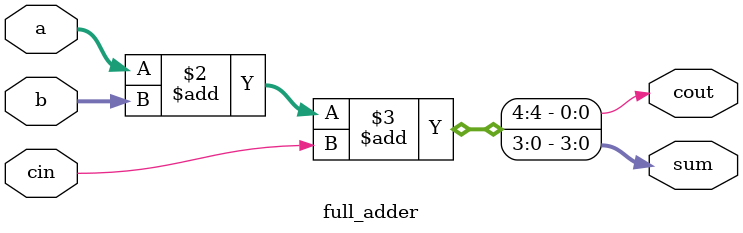
<source format=v>
module full_adder(input [3:0] a,
                 input [3:0] b,
                 input cin, 
                 output reg [3:0] sum, 
                 output reg cout);
    always @(a or b or cin) begin
    {cout, sum} = a + b + cin;
    end
endmodule
</source>
